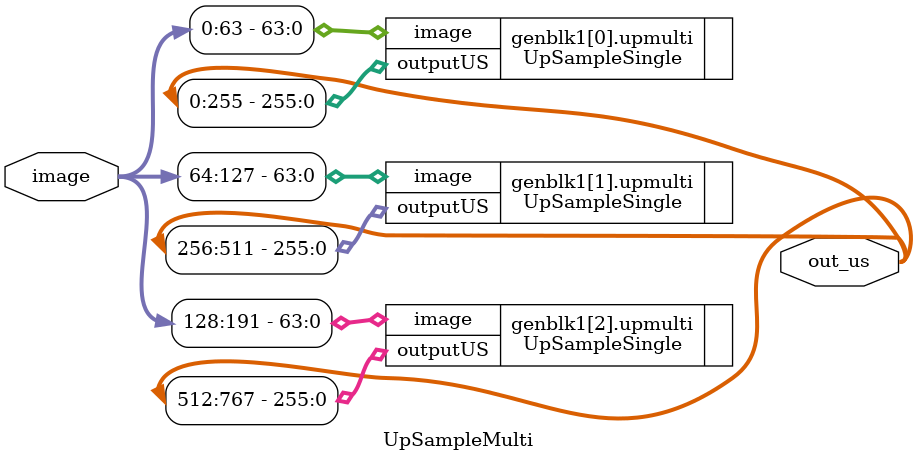
<source format=v>
`timescale 1ns / 1ps


module UpSampleMulti(image,out_us);

parameter D = 3;
parameter W = 2;
parameter H = 2;
parameter DATA_WIDTH = 16;

input [0:D*W*H*DATA_WIDTH-1] image;
output [0:D*2*W*2*H*DATA_WIDTH-1] out_us;

generate 
genvar counter;
for(counter=0;counter<D;counter=counter+1) begin
UpSampleSingle upmulti
(
.image(image[counter*W*H*DATA_WIDTH+:W*H*DATA_WIDTH]),
.outputUS(out_us[counter*2*W*2*H*DATA_WIDTH+:2*W*2*H*DATA_WIDTH])
);
end
endgenerate

endmodule

</source>
